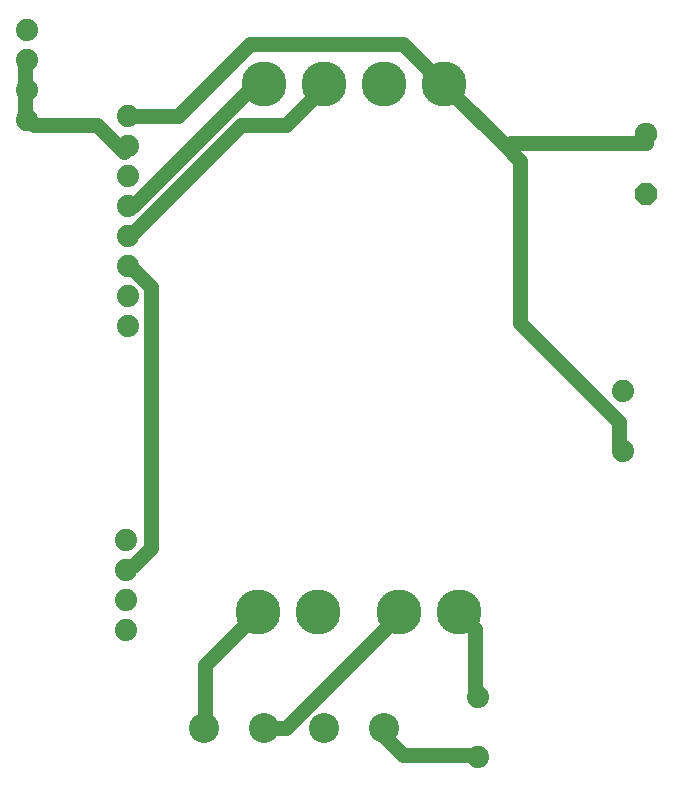
<source format=gtl>
G75*
%MOIN*%
%OFA0B0*%
%FSLAX25Y25*%
%IPPOS*%
%LPD*%
%AMOC8*
5,1,8,0,0,1.08239X$1,22.5*
%
%ADD10C,0.15000*%
%ADD11C,0.07400*%
%ADD12C,0.10000*%
%ADD13C,0.07500*%
%ADD14OC8,0.07500*%
%ADD15C,0.05000*%
D10*
X0091512Y0058559D03*
X0111512Y0058559D03*
X0138598Y0058559D03*
X0158598Y0058559D03*
X0153480Y0234543D03*
X0133480Y0234543D03*
X0113480Y0234543D03*
X0093480Y0234543D03*
D11*
X0047535Y0052693D03*
X0047535Y0062693D03*
X0047535Y0072693D03*
X0047535Y0082693D03*
X0048362Y0153874D03*
X0048362Y0163874D03*
X0048362Y0173874D03*
X0048362Y0183874D03*
X0048362Y0193874D03*
X0048362Y0203874D03*
X0048362Y0213874D03*
X0048362Y0223874D03*
X0014661Y0222732D03*
X0014661Y0232732D03*
X0014661Y0242732D03*
X0014661Y0252732D03*
X0213283Y0132457D03*
X0213283Y0112457D03*
X0164780Y0030252D03*
X0164780Y0010252D03*
D12*
X0133441Y0019819D03*
X0113441Y0019819D03*
X0093441Y0019819D03*
X0073441Y0019819D03*
D13*
X0221079Y0218087D03*
D14*
X0221079Y0198087D03*
D15*
X0221031Y0215126D02*
X0221079Y0218087D01*
X0221031Y0215126D02*
X0176031Y0215126D01*
X0174531Y0213626D01*
X0179031Y0209126D01*
X0179031Y0155126D01*
X0212031Y0122126D01*
X0212031Y0113126D01*
X0213283Y0112457D01*
X0158598Y0058559D02*
X0164031Y0053126D01*
X0164031Y0032126D01*
X0164780Y0030252D01*
X0164031Y0011126D02*
X0164780Y0010252D01*
X0164031Y0011126D02*
X0140031Y0011126D01*
X0134031Y0017126D01*
X0133441Y0019819D01*
X0101031Y0020126D02*
X0137031Y0056126D01*
X0138598Y0058559D01*
X0101031Y0020126D02*
X0095031Y0020126D01*
X0093441Y0019819D01*
X0074031Y0020126D02*
X0074031Y0041126D01*
X0089031Y0056126D01*
X0091512Y0058559D01*
X0056031Y0080126D02*
X0056031Y0167126D01*
X0050031Y0173126D01*
X0048362Y0173874D01*
X0048362Y0183874D02*
X0050031Y0185126D01*
X0086031Y0221126D01*
X0101031Y0221126D01*
X0113031Y0233126D01*
X0113480Y0234543D01*
X0093480Y0234543D02*
X0092031Y0236126D01*
X0050031Y0194126D01*
X0048362Y0193874D01*
X0047031Y0212126D02*
X0048362Y0213874D01*
X0047031Y0212126D02*
X0038031Y0221126D01*
X0017031Y0221126D01*
X0014661Y0222732D01*
X0014031Y0224126D01*
X0014031Y0230126D01*
X0014661Y0232732D01*
X0014031Y0233126D01*
X0014031Y0242126D01*
X0014661Y0242732D01*
X0048362Y0223874D02*
X0050031Y0224126D01*
X0065031Y0224126D01*
X0089031Y0248126D01*
X0140031Y0248126D01*
X0152031Y0236126D01*
X0153480Y0234543D01*
X0155031Y0233126D01*
X0174531Y0213626D01*
X0056031Y0080126D02*
X0050031Y0074126D01*
X0047535Y0072693D01*
X0074031Y0020126D02*
X0073441Y0019819D01*
M02*

</source>
